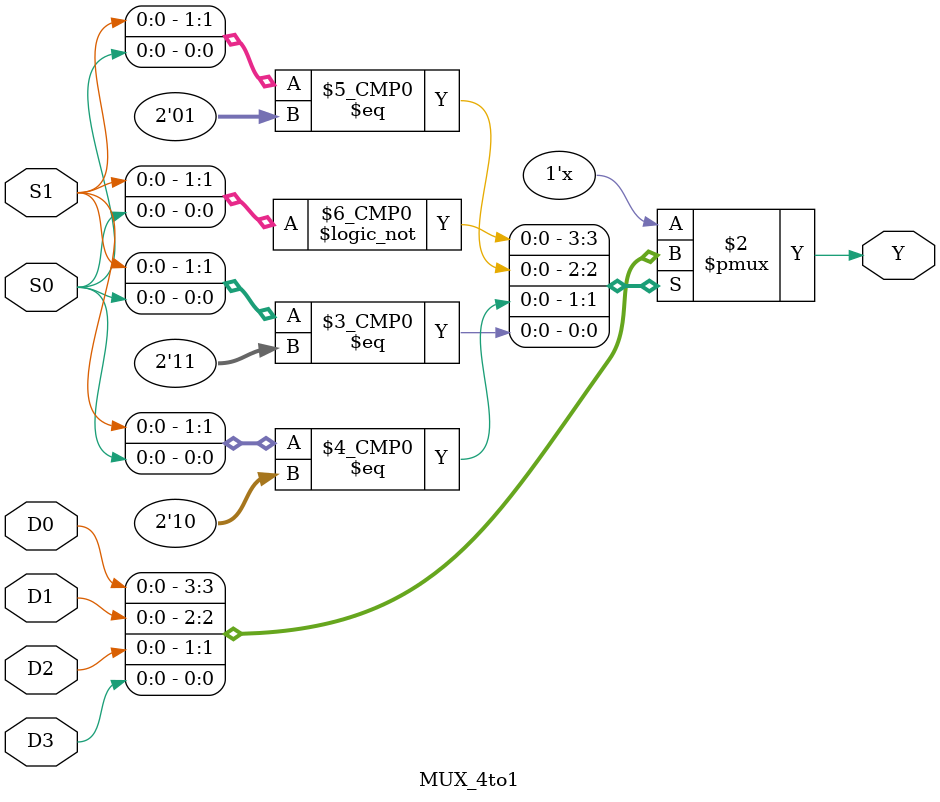
<source format=v>
`timescale 1ns / 1ps
module MUX_4to1(
    output reg Y,         // Output
    input D0, D1, D2, D3, // 4 data inputs
    input S1, S0          // 2 select lines
);

    always @(*) begin
        case ({S1, S0})   // Concatenate select bits into a 2-bit value
            2'b00: Y = D0;  // Select D0 when S1S0 = 00
            2'b01: Y = D1;  // Select D1 when S1S0 = 01
            2'b10: Y = D2;  // Select D2 when S1S0 = 10
            2'b11: Y = D3;  // Select D3 when S1S0 = 11
        endcase
    end

endmodule

</source>
